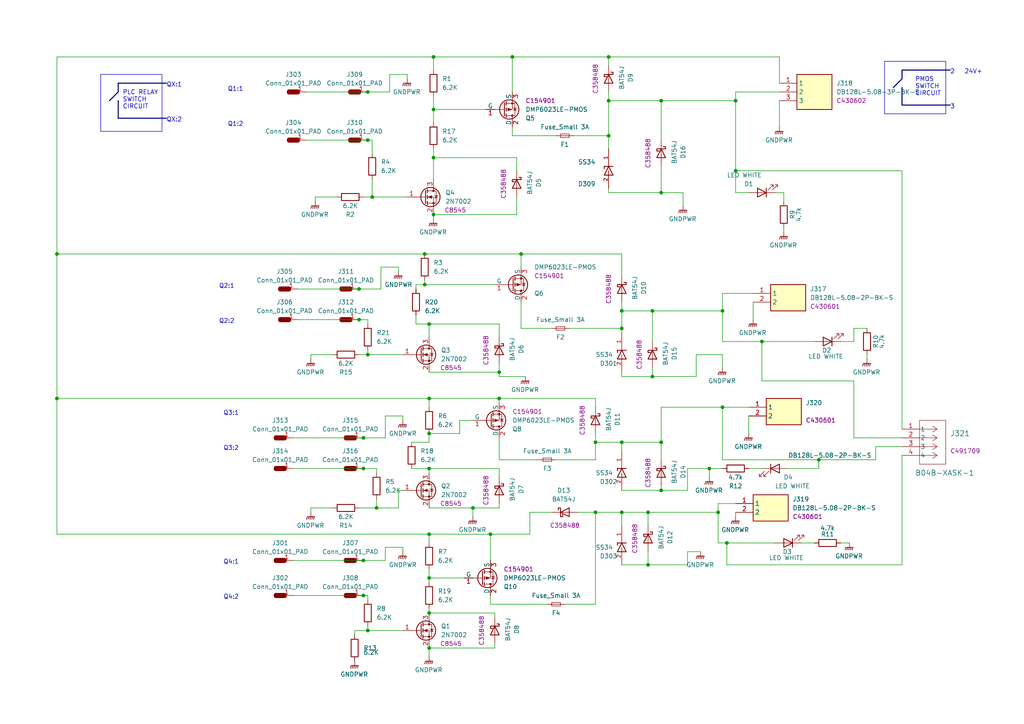
<source format=kicad_sch>
(kicad_sch (version 20230121) (generator eeschema)
  (paper "A4")
  (title_block (title "PLC OUTPUTS (P-MOS)") (rev "14.1.6") (company "Volodune LLC"))
  (lib_symbols
    (symbol "Device:Fuse_Small" (pin_numbers hide) (pin_names (offset 0.254) hide)
      (property "Reference" "F" (at 0 -1.524 0))
      (property "Value" "Fuse_Small" (at 0 1.524 0))
      (symbol "Fuse_Small_1_1"
        (pin passive line (at -2.54 0 0) (length 1.27) (name "~") (number "1"))
        (pin passive line (at 2.54 0 180) (length 1.27) (name "~") (number "2"))
      )
    )
    (symbol "Device:LED" (pin_numbers hide) (pin_names (offset 1.016) hide)
      (property "Reference" "D" (at 0 2.54 0))
      (property "Value" "LED" (at 0 -2.54 0))
      (symbol "LED_1_1"
        (pin passive line (at -3.81 0 0) (length 2.54) (name "K") (number "1"))
        (pin passive line (at 3.81 0 180) (length 2.54) (name "A") (number "2"))
      )
    )
    (symbol "Device:R" (pin_numbers hide) (pin_names (offset 0))
      (property "Reference" "R" (at 2.032 0 90))
      (property "Value" "R" (at 0 0 90))
      (symbol "R_1_1"
        (pin passive line (at 0 3.81 270) (length 1.27) (name "~") (number "1"))
        (pin passive line (at 0 -3.81 90) (length 1.27) (name "~") (number "2"))
      )
    )
    (symbol "Diode:BAT54J" (pin_numbers hide) (pin_names (offset 1.016) hide)
      (property "Reference" "D" (at 0 2.54 0))
      (property "Value" "BAT54J" (at 0 -2.54 0))
      (symbol "BAT54J_1_1"
        (pin passive line (at -3.81 0 0) (length 2.54) (name "K") (number "1"))
        (pin passive line (at 3.81 0 180) (length 2.54) (name "A") (number "2"))
      )
    )
    (symbol "PCB_Library:1729128"
      (property "Reference" "J" (at 16.51 7.62 0))
      (property "Value" "XY128V-A-5.08-2P" (at 16.51 5.08 0))
      (property "LCSC" "C557665" (at 8.89 6.35 0))
      (symbol "1729128_1_1"
        (pin passive line (at 0 0 0) (length 5.08) (name "1") (number "1"))
        (pin passive line (at 0 -2.54 0) (length 5.08) (name "2") (number "2"))
      )
    )
    (symbol "PCB_Library:B04B-XASK-1" (pin_names (offset 0.254))
      (property "Reference" "J" (at 8.89 6.35 0))
      (property "Value" "B04B-XASK-1" (at 2.54 10.16 0))
      (property "LCSC" "C264994" (at -5.08 3.81 0))
      (symbol "B04B-XASK-1_1_1"
        (pin unspecified line (at 0 0 0) (length 5.08) (name "1") (number "1"))
        (pin unspecified line (at 0 -2.54 0) (length 5.08) (name "2") (number "2"))
        (pin unspecified line (at 0 -5.08 0) (length 5.08) (name "3") (number "3"))
        (pin unspecified line (at 0 -7.62 0) (length 5.08) (name "4") (number "4"))
      )
      (symbol "B04B-XASK-1_1_2"
        (pin unspecified line (at 0 0 0) (length 5.08) (name "1") (number "1"))
        (pin unspecified line (at 0 -2.54 0) (length 5.08) (name "2") (number "2"))
        (pin unspecified line (at 0 -5.08 0) (length 5.08) (name "3") (number "3"))
        (pin unspecified line (at 0 -7.62 0) (length 5.08) (name "4") (number "4"))
      )
    )
    (symbol "PCB_Library:Conn_01x01_PAD" (pin_names (offset 1.016) hide)
      (property "Reference" "J" (at 0 2.54 0))
      (property "Value" "Conn_01x01_PAD" (at 1.27 -3.81 0))
      (symbol "Conn_01x01_PAD_1_1"
        (pin passive line (at 5.08 0 180) (length 3.81) (name "Pin_1") (number "1"))
      )
    )
    (symbol "PCB_Library:DMP6023LE-PMOS" (pin_names (offset 0))
      (property "Reference" "Q" (at 5.08 1.27 0))
      (property "Value" "DMP6023LE-PMOS" (at 6.35 10.16 0))
      (property "LCSC" "C154901" (at -5.08 6.35 0))
      (symbol "DMP6023LE-PMOS_1_1"
        (pin input line (at -5.08 0 0) (length 2.54) (name "G") (number "1"))
        (pin passive line (at 2.54 5.08 270) (length 2.54) (name "D") (number "2"))
        (pin passive line (at 2.54 -5.08 90) (length 2.54) (name "S") (number "3"))
      )
    )
    (symbol "PCB_Library:SMBJ24A" (pin_names (offset 1.016))
      (property "Reference" "D" (at -5.0835 2.4159 0))
      (property "Value" "SMBJ24A" (at -5.0854 -4.9611 0))
      (symbol "SMBJ24A_1_0"
        (pin passive line (at -6.35 0 0) (length 5.08) (name "~") (number "1"))
        (pin passive line (at 5.08 0 180) (length 5.08) (name "~") (number "2"))
      )
    )
    (symbol "PCB_Library:XY128V-A-5.08-3P"
      (property "Reference" "J" (at 16.51 7.62 0))
      (property "Value" "XY128V-A-5.08-3P" (at 16.51 5.08 0))
      (property "LCSC" "C557666" (at 8.89 6.35 0))
      (symbol "XY128V-A-5.08-3P_1_1"
        (pin passive line (at 0 0 0) (length 5.08) (name "1") (number "1"))
        (pin passive line (at 0 -2.54 0) (length 5.08) (name "2") (number "2"))
        (pin passive line (at 0 -5.08 0) (length 5.08) (name "3") (number "3"))
      )
    )
    (symbol "Transistor_FET:2N7002" (pin_names hide)
      (property "Reference" "Q" (at 5.08 1.905 0))
      (property "Value" "2N7002" (at 5.08 0 0))
      (symbol "2N7002_1_1"
        (pin input line (at -5.08 0 0) (length 2.54) (name "G") (number "1"))
        (pin passive line (at 2.54 -5.08 90) (length 2.54) (name "S") (number "2"))
        (pin passive line (at 2.54 5.08 270) (length 2.54) (name "D") (number "3"))
      )
    )
    (symbol "power:GNDPWR" (power) (pin_names (offset 0))
      (property "Value" "GNDPWR" (at 0 -3.302 0))
      (symbol "GNDPWR_1_1"
        (pin power_in line (at 0 0 270) (length 0) hide (name "GNDPWR") (number "1"))
      )
    )
  )
  (junction (at 151.13 73.66))
  (junction (at 144.78 107.95))
  (junction (at 106.68 102.87))
  (junction (at 220.98 99.06))
  (junction (at 124.46 93.98))
  (junction (at 142.24 154.94))
  (junction (at 191.77 29.21))
  (junction (at 125.73 62.23))
  (junction (at 106.68 182.88))
  (junction (at 125.73 31.75))
  (junction (at 125.73 16.51))
  (junction (at 191.77 142.24))
  (junction (at 124.46 177.8))
  (junction (at 189.23 109.22))
  (junction (at 213.36 49.53))
  (junction (at 237.49 133.35))
  (junction (at 172.72 148.59))
  (junction (at 124.46 135.89))
  (junction (at 176.53 16.51))
  (junction (at 144.78 115.57))
  (junction (at 125.73 45.72))
  (junction (at 209.55 118.11))
  (junction (at 176.53 39.37))
  (junction (at 191.77 55.88))
  (junction (at 123.19 73.66))
  (junction (at 187.96 148.59))
  (junction (at 107.95 57.15))
  (junction (at 191.77 128.27))
  (junction (at 172.72 128.27))
  (junction (at 123.19 82.55))
  (junction (at 106.68 26.67))
  (junction (at 104.14 92.71))
  (junction (at 209.55 90.17))
  (junction (at 16.51 73.66))
  (junction (at 210.82 157.48))
  (junction (at 208.28 148.59))
  (junction (at 16.51 115.57))
  (junction (at 180.34 128.27))
  (junction (at 124.46 187.96))
  (junction (at 105.41 127))
  (junction (at 124.46 167.64))
  (junction (at 213.36 29.21))
  (junction (at 105.41 162.56))
  (junction (at 104.14 83.82))
  (junction (at 109.22 147.32))
  (junction (at 180.34 148.59))
  (junction (at 148.59 16.51))
  (junction (at 187.96 163.83))
  (junction (at 180.34 95.25))
  (junction (at 124.46 115.57))
  (junction (at 105.41 135.89))
  (junction (at 205.74 135.89))
  (junction (at 137.16 147.32))
  (junction (at 180.34 90.17))
  (junction (at 105.41 172.72))
  (junction (at 124.46 125.73))
  (junction (at 189.23 90.17))
  (junction (at 124.46 154.94))
  (junction (at 176.53 29.21))
  (junction (at 106.68 40.64))
  (wire (pts (xy 124.46 115.57) (xy 124.46 118.11)))
  (wire (pts (xy 120.65 82.55) (xy 123.19 82.55)))
  (wire (pts (xy 191.77 118.11) (xy 209.55 118.11)))
  (wire (pts (xy 144.78 133.35) (xy 156.21 133.35)))
  (wire (pts (xy 209.55 85.09) (xy 209.55 90.17)))
  (bus (pts (xy 261.62 25.4) (xy 261.62 30.48)))
  (wire (pts (xy 125.73 31.75) (xy 125.73 35.56)))
  (wire (pts (xy 90.17 102.87) (xy 96.52 102.87)))
  (wire (pts (xy 191.77 128.27) (xy 191.77 133.35)))
  (wire (pts (xy 119.38 128.27) (xy 124.46 128.27)))
  (wire (pts (xy 124.46 125.73) (xy 124.46 128.27)))
  (wire (pts (xy 124.46 154.94) (xy 142.24 154.94)))
  (wire (pts (xy 198.12 55.88) (xy 191.77 55.88)))
  (wire (pts (xy 124.46 190.5) (xy 124.46 187.96)))
  (wire (pts (xy 172.72 125.73) (xy 172.72 128.27)))
  (bus (pts (xy 34.29 24.13) (xy 34.29 26.67)))
  (wire (pts (xy 247.65 99.06) (xy 247.65 95.25)))
  (wire (pts (xy 106.68 182.88) (xy 106.68 181.61)))
  (wire (pts (xy 237.49 133.35) (xy 237.49 135.89)))
  (wire (pts (xy 106.68 26.67) (xy 113.03 26.67)))
  (wire (pts (xy 120.65 91.44) (xy 120.65 93.98)))
  (wire (pts (xy 111.76 158.75) (xy 116.84 158.75)))
  (wire (pts (xy 106.68 101.6) (xy 106.68 102.87)))
  (wire (pts (xy 191.77 48.26) (xy 191.77 55.88)))
  (wire (pts (xy 209.55 102.87) (xy 209.55 106.68)))
  (wire (pts (xy 172.72 148.59) (xy 180.34 148.59)))
  (wire (pts (xy 153.67 148.59) (xy 153.67 154.94)))
  (wire (pts (xy 125.73 31.75) (xy 140.97 31.75)))
  (wire (pts (xy 143.51 177.8) (xy 143.51 179.07)))
  (wire (pts (xy 187.96 163.83) (xy 199.39 163.83)))
  (wire (pts (xy 110.49 77.47) (xy 110.49 83.82)))
  (wire (pts (xy 124.46 115.57) (xy 144.78 115.57)))
  (wire (pts (xy 102.87 182.88) (xy 106.68 182.88)))
  (wire (pts (xy 86.36 83.82) (xy 104.14 83.82)))
  (wire (pts (xy 107.95 40.64) (xy 107.95 44.45)))
  (wire (pts (xy 90.17 147.32) (xy 96.52 147.32)))
  (bus (pts (xy 261.62 20.32) (xy 261.62 22.86)))
  (wire (pts (xy 187.96 148.59) (xy 187.96 152.4)))
  (wire (pts (xy 224.79 55.88) (xy 227.33 55.88)))
  (wire (pts (xy 180.34 73.66) (xy 180.34 80.01)))
  (wire (pts (xy 149.86 57.15) (xy 149.86 62.23)))
  (wire (pts (xy 213.36 148.59) (xy 213.36 149.86)))
  (wire (pts (xy 176.53 54.61) (xy 176.53 55.88)))
  (wire (pts (xy 125.73 62.23) (xy 125.73 63.5)))
  (wire (pts (xy 167.64 148.59) (xy 172.72 148.59)))
  (wire (pts (xy 201.93 102.87) (xy 201.93 109.22)))
  (wire (pts (xy 88.9 26.67) (xy 106.68 26.67)))
  (wire (pts (xy 151.13 73.66) (xy 180.34 73.66)))
  (wire (pts (xy 109.22 144.78) (xy 109.22 147.32)))
  (wire (pts (xy 144.78 93.98) (xy 144.78 97.79)))
  (wire (pts (xy 180.34 148.59) (xy 187.96 148.59)))
  (wire (pts (xy 144.78 105.41) (xy 144.78 107.95)))
  (wire (pts (xy 205.74 135.89) (xy 209.55 135.89)))
  (wire (pts (xy 106.68 173.99) (xy 106.68 172.72)))
  (wire (pts (xy 203.2 160.02) (xy 199.39 160.02)))
  (wire (pts (xy 237.49 133.35) (xy 254 133.35)))
  (wire (pts (xy 91.44 57.15) (xy 97.79 57.15)))
  (wire (pts (xy 180.34 109.22) (xy 180.34 107.95)))
  (wire (pts (xy 144.78 146.05) (xy 144.78 147.32)))
  (wire (pts (xy 142.24 154.94) (xy 142.24 162.56)))
  (wire (pts (xy 125.73 43.18) (xy 125.73 45.72)))
  (wire (pts (xy 124.46 187.96) (xy 143.51 187.96)))
  (wire (pts (xy 90.17 102.87) (xy 90.17 104.14)))
  (wire (pts (xy 16.51 154.94) (xy 124.46 154.94)))
  (wire (pts (xy 189.23 109.22) (xy 201.93 109.22)))
  (wire (pts (xy 180.34 163.83) (xy 187.96 163.83)))
  (wire (pts (xy 106.68 182.88) (xy 116.84 182.88)))
  (wire (pts (xy 151.13 95.25) (xy 160.02 95.25)))
  (wire (pts (xy 209.55 90.17) (xy 209.55 99.06)))
  (wire (pts (xy 153.67 148.59) (xy 160.02 148.59)))
  (wire (pts (xy 106.68 172.72) (xy 105.41 172.72)))
  (wire (pts (xy 180.34 152.4) (xy 180.34 148.59)))
  (wire (pts (xy 124.46 167.64) (xy 134.62 167.64)))
  (wire (pts (xy 144.78 115.57) (xy 172.72 115.57)))
  (wire (pts (xy 124.46 107.95) (xy 144.78 107.95)))
  (bus (pts (xy 275.59 20.32) (xy 261.62 20.32)))
  (wire (pts (xy 180.34 90.17) (xy 189.23 90.17)))
  (wire (pts (xy 124.46 93.98) (xy 144.78 93.98)))
  (wire (pts (xy 208.28 148.59) (xy 208.28 157.48)))
  (wire (pts (xy 124.46 165.1) (xy 124.46 167.64)))
  (wire (pts (xy 176.53 29.21) (xy 191.77 29.21)))
  (wire (pts (xy 213.36 55.88) (xy 217.17 55.88)))
  (wire (pts (xy 116.84 142.24) (xy 115.57 142.24)))
  (bus (pts (xy 34.29 34.29) (xy 48.26 34.29)))
  (wire (pts (xy 213.36 29.21) (xy 213.36 49.53)))
  (wire (pts (xy 125.73 16.51) (xy 125.73 20.32)))
  (wire (pts (xy 125.73 27.94) (xy 125.73 31.75)))
  (wire (pts (xy 116.84 120.65) (xy 116.84 121.92)))
  (wire (pts (xy 148.59 39.37) (xy 161.29 39.37)))
  (wire (pts (xy 144.78 135.89) (xy 144.78 138.43)))
  (wire (pts (xy 105.41 57.15) (xy 107.95 57.15)))
  (wire (pts (xy 180.34 128.27) (xy 180.34 130.81)))
  (wire (pts (xy 213.36 26.67) (xy 226.06 26.67)))
  (wire (pts (xy 110.49 77.47) (xy 115.57 77.47)))
  (wire (pts (xy 102.87 184.15) (xy 102.87 182.88)))
  (wire (pts (xy 143.51 186.69) (xy 143.51 187.96)))
  (wire (pts (xy 105.41 127) (xy 111.76 127)))
  (bus (pts (xy 31.75 29.21) (xy 34.29 26.67)))
  (wire (pts (xy 106.68 40.64) (xy 107.95 40.64)))
  (wire (pts (xy 199.39 135.89) (xy 199.39 142.24)))
  (wire (pts (xy 142.24 175.26) (xy 158.75 175.26)))
  (wire (pts (xy 180.34 128.27) (xy 191.77 128.27)))
  (bus (pts (xy 48.26 24.13) (xy 34.29 24.13)))
  (wire (pts (xy 124.46 176.53) (xy 124.46 177.8)))
  (wire (pts (xy 109.22 147.32) (xy 115.57 147.32)))
  (wire (pts (xy 180.34 142.24) (xy 191.77 142.24)))
  (wire (pts (xy 226.06 29.21) (xy 226.06 36.83)))
  (wire (pts (xy 120.65 93.98) (xy 124.46 93.98)))
  (wire (pts (xy 91.44 57.15) (xy 91.44 58.42)))
  (wire (pts (xy 107.95 52.07) (xy 107.95 57.15)))
  (wire (pts (xy 125.73 45.72) (xy 125.73 52.07)))
  (wire (pts (xy 176.53 16.51) (xy 176.53 19.05)))
  (wire (pts (xy 85.09 127) (xy 105.41 127)))
  (wire (pts (xy 104.14 147.32) (xy 109.22 147.32)))
  (bus (pts (xy 34.29 29.21) (xy 34.29 34.29)))
  (wire (pts (xy 210.82 157.48) (xy 224.79 157.48)))
  (wire (pts (xy 180.34 90.17) (xy 180.34 95.25)))
  (wire (pts (xy 111.76 120.65) (xy 116.84 120.65)))
  (wire (pts (xy 106.68 92.71) (xy 106.68 93.98)))
  (wire (pts (xy 124.46 168.91) (xy 124.46 167.64)))
  (wire (pts (xy 166.37 39.37) (xy 176.53 39.37)))
  (wire (pts (xy 123.19 73.66) (xy 151.13 73.66)))
  (wire (pts (xy 16.51 73.66) (xy 16.51 115.57)))
  (wire (pts (xy 125.73 62.23) (xy 149.86 62.23)))
  (wire (pts (xy 16.51 73.66) (xy 123.19 73.66)))
  (wire (pts (xy 189.23 106.68) (xy 189.23 109.22)))
  (wire (pts (xy 191.77 128.27) (xy 191.77 118.11)))
  (wire (pts (xy 217.17 120.65) (xy 217.17 125.73)))
  (wire (pts (xy 227.33 55.88) (xy 227.33 58.42)))
  (wire (pts (xy 148.59 36.83) (xy 148.59 39.37)))
  (wire (pts (xy 213.36 49.53) (xy 261.62 49.53)))
  (wire (pts (xy 176.53 55.88) (xy 191.77 55.88)))
  (wire (pts (xy 123.19 82.55) (xy 143.51 82.55)))
  (wire (pts (xy 115.57 142.24) (xy 115.57 147.32)))
  (wire (pts (xy 124.46 93.98) (xy 124.46 97.79)))
  (wire (pts (xy 199.39 135.89) (xy 205.74 135.89)))
  (wire (pts (xy 116.84 158.75) (xy 116.84 160.02)))
  (wire (pts (xy 176.53 29.21) (xy 176.53 39.37)))
  (wire (pts (xy 198.12 55.88) (xy 198.12 59.69)))
  (wire (pts (xy 213.36 26.67) (xy 213.36 29.21)))
  (wire (pts (xy 189.23 90.17) (xy 189.23 99.06)))
  (wire (pts (xy 172.72 115.57) (xy 172.72 118.11)))
  (wire (pts (xy 180.34 95.25) (xy 180.34 96.52)))
  (wire (pts (xy 201.93 102.87) (xy 209.55 102.87)))
  (wire (pts (xy 232.41 157.48) (xy 236.22 157.48)))
  (wire (pts (xy 124.46 154.94) (xy 124.46 157.48)))
  (wire (pts (xy 227.33 66.04) (xy 227.33 67.31)))
  (wire (pts (xy 137.16 147.32) (xy 137.16 149.86)))
  (wire (pts (xy 172.72 128.27) (xy 180.34 128.27)))
  (wire (pts (xy 180.34 87.63) (xy 180.34 90.17)))
  (wire (pts (xy 125.73 45.72) (xy 149.86 45.72)))
  (wire (pts (xy 151.13 87.63) (xy 151.13 95.25)))
  (wire (pts (xy 189.23 90.17) (xy 209.55 90.17)))
  (wire (pts (xy 210.82 163.83) (xy 261.62 163.83)))
  (wire (pts (xy 176.53 39.37) (xy 176.53 43.18)))
  (wire (pts (xy 148.59 16.51) (xy 148.59 26.67)))
  (wire (pts (xy 172.72 128.27) (xy 172.72 133.35)))
  (wire (pts (xy 163.83 175.26) (xy 172.72 175.26)))
  (wire (pts (xy 148.59 16.51) (xy 176.53 16.51)))
  (wire (pts (xy 124.46 135.89) (xy 144.78 135.89)))
  (wire (pts (xy 209.55 118.11) (xy 217.17 118.11)))
  (wire (pts (xy 133.35 121.92) (xy 137.16 121.92)))
  (wire (pts (xy 208.28 146.05) (xy 208.28 148.59)))
  (wire (pts (xy 86.36 92.71) (xy 104.14 92.71)))
  (wire (pts (xy 105.41 162.56) (xy 111.76 162.56)))
  (wire (pts (xy 247.65 110.49) (xy 247.65 127)))
  (wire (pts (xy 85.09 162.56) (xy 105.41 162.56)))
  (wire (pts (xy 125.73 16.51) (xy 148.59 16.51)))
  (wire (pts (xy 133.35 125.73) (xy 124.46 125.73)))
  (wire (pts (xy 247.65 95.25) (xy 251.46 95.25)))
  (wire (pts (xy 111.76 120.65) (xy 111.76 127)))
  (wire (pts (xy 205.74 138.43) (xy 205.74 135.89)))
  (wire (pts (xy 237.49 135.89) (xy 228.6 135.89)))
  (wire (pts (xy 16.51 115.57) (xy 16.51 154.94)))
  (wire (pts (xy 124.46 135.89) (xy 124.46 137.16)))
  (wire (pts (xy 109.22 137.16) (xy 109.22 135.89)))
  (wire (pts (xy 172.72 148.59) (xy 172.72 175.26)))
  (wire (pts (xy 176.53 26.67) (xy 176.53 29.21)))
  (wire (pts (xy 191.77 29.21) (xy 191.77 40.64)))
  (wire (pts (xy 199.39 160.02) (xy 199.39 163.83)))
  (wire (pts (xy 16.51 115.57) (xy 124.46 115.57)))
  (wire (pts (xy 220.98 110.49) (xy 247.65 110.49)))
  (wire (pts (xy 119.38 135.89) (xy 124.46 135.89)))
  (wire (pts (xy 123.19 81.28) (xy 123.19 82.55)))
  (wire (pts (xy 90.17 147.32) (xy 90.17 148.59)))
  (wire (pts (xy 191.77 142.24) (xy 199.39 142.24)))
  (bus (pts (xy 259.08 25.4) (xy 261.62 22.86)))
  (wire (pts (xy 165.1 95.25) (xy 180.34 95.25)))
  (wire (pts (xy 208.28 146.05) (xy 213.36 146.05)))
  (wire (pts (xy 208.28 157.48) (xy 210.82 157.48)))
  (wire (pts (xy 243.84 157.48) (xy 246.38 157.48)))
  (wire (pts (xy 187.96 148.59) (xy 208.28 148.59)))
  (wire (pts (xy 144.78 109.22) (xy 144.78 107.95)))
  (wire (pts (xy 261.62 132.08) (xy 261.62 163.83)))
  (wire (pts (xy 152.4 109.22) (xy 144.78 109.22)))
  (wire (pts (xy 226.06 16.51) (xy 226.06 24.13)))
  (wire (pts (xy 16.51 16.51) (xy 125.73 16.51)))
  (wire (pts (xy 191.77 29.21) (xy 213.36 29.21)))
  (wire (pts (xy 254 129.54) (xy 254 133.35)))
  (wire (pts (xy 109.22 135.89) (xy 105.41 135.89)))
  (wire (pts (xy 85.09 172.72) (xy 105.41 172.72)))
  (wire (pts (xy 104.14 102.87) (xy 106.68 102.87)))
  (wire (pts (xy 220.98 99.06) (xy 236.22 99.06)))
  (wire (pts (xy 213.36 49.53) (xy 213.36 55.88)))
  (wire (pts (xy 149.86 45.72) (xy 149.86 49.53)))
  (wire (pts (xy 209.55 99.06) (xy 220.98 99.06)))
  (wire (pts (xy 218.44 87.63) (xy 218.44 92.71)))
  (wire (pts (xy 142.24 154.94) (xy 153.67 154.94)))
  (wire (pts (xy 107.95 57.15) (xy 118.11 57.15)))
  (wire (pts (xy 176.53 16.51) (xy 226.06 16.51)))
  (wire (pts (xy 220.98 135.89) (xy 217.17 135.89)))
  (wire (pts (xy 124.46 177.8) (xy 143.51 177.8)))
  (wire (pts (xy 144.78 115.57) (xy 144.78 116.84)))
  (wire (pts (xy 220.98 99.06) (xy 220.98 110.49)))
  (wire (pts (xy 133.35 121.92) (xy 133.35 125.73)))
  (wire (pts (xy 118.11 21.59) (xy 118.11 22.86)))
  (wire (pts (xy 209.55 85.09) (xy 218.44 85.09)))
  (wire (pts (xy 209.55 118.11) (xy 209.55 133.35)))
  (wire (pts (xy 251.46 102.87) (xy 251.46 104.14)))
  (wire (pts (xy 144.78 127) (xy 144.78 133.35)))
  (wire (pts (xy 161.29 133.35) (xy 172.72 133.35)))
  (wire (pts (xy 85.09 135.89) (xy 105.41 135.89)))
  (wire (pts (xy 115.57 77.47) (xy 115.57 78.74)))
  (wire (pts (xy 113.03 21.59) (xy 118.11 21.59)))
  (wire (pts (xy 104.14 83.82) (xy 110.49 83.82)))
  (wire (pts (xy 137.16 147.32) (xy 124.46 147.32)))
  (wire (pts (xy 243.84 99.06) (xy 247.65 99.06)))
  (wire (pts (xy 16.51 16.51) (xy 16.51 73.66)))
  (wire (pts (xy 142.24 172.72) (xy 142.24 175.26)))
  (bus (pts (xy 261.62 30.48) (xy 275.59 30.48)))
  (wire (pts (xy 247.65 127) (xy 261.62 127)))
  (wire (pts (xy 120.65 82.55) (xy 120.65 83.82)))
  (wire (pts (xy 187.96 160.02) (xy 187.96 163.83)))
  (wire (pts (xy 113.03 21.59) (xy 113.03 26.67)))
  (wire (pts (xy 254 129.54) (xy 261.62 129.54)))
  (wire (pts (xy 88.9 40.64) (xy 106.68 40.64)))
  (wire (pts (xy 180.34 109.22) (xy 189.23 109.22)))
  (wire (pts (xy 111.76 158.75) (xy 111.76 162.56)))
  (wire (pts (xy 209.55 133.35) (xy 237.49 133.35)))
  (wire (pts (xy 191.77 140.97) (xy 191.77 142.24)))
  (wire (pts (xy 106.68 102.87) (xy 116.84 102.87)))
  (wire (pts (xy 151.13 73.66) (xy 151.13 77.47)))
  (wire (pts (xy 261.62 49.53) (xy 261.62 124.46)))
  (wire (pts (xy 210.82 157.48) (xy 210.82 163.83)))
  (wire (pts (xy 137.16 147.32) (xy 144.78 147.32)))
  (wire (pts (xy 104.14 92.71) (xy 106.68 92.71)))
  (rectangle (start 29.21 21.59) (end 46.99 38.1))
  (rectangle (start 256.54 17.78) (end 274.32 33.02))
  (text "Q4:1" (at 64.77 163.83 0) (effects (font (size 1.27 1.27)) (justify left bottom)))
  (text "Q4:2" (at 64.77 173.99 0) (effects (font (size 1.27 1.27)) (justify left bottom)))
  (text "Q3:1" (at 64.77 120.65 0) (effects (font (size 1.27 1.27)) (justify left bottom)))
  (text "2   24V+\n" (at 275.59 21.59 0) (effects (font (size 1.27 1.27)) (justify left bottom)))
  (text "PMOS\nSWITCH\nCIRCUIT" (at 265.43 27.94 0) (effects (font (size 1.27 1.27)) (justify left bottom)))
  (text "QX:2" (at 48.26 35.56 0) (effects (font (size 1.27 1.27)) (justify left bottom)))
  (text "PLC RELAY\nSWITCH\nCIRCUIT" (at 35.56 31.75 0) (effects (font (size 1.27 1.27)) (justify left bottom)))
  (text "3\n" (at 275.59 31.75 0) (effects (font (size 1.27 1.27)) (justify left bottom)))
  (text "Q2:1" (at 63.5 83.82 0) (effects (font (size 1.27 1.27)) (justify left bottom)))
  (text "Q1:2" (at 66.04 36.83 0) (effects (font (size 1.27 1.27)) (justify left bottom)))
  (text "Q2:2" (at 63.5 93.98 0) (effects (font (size 1.27 1.27)) (justify left bottom)))
  (text "Q3:2" (at 64.77 130.81 0) (effects (font (size 1.27 1.27)) (justify left bottom)))
  (text "QX:1" (at 48.26 25.4 0) (effects (font (size 1.27 1.27)) (justify left bottom)))
  (text "Q1:1" (at 66.04 26.67 0) (effects (font (size 1.27 1.27)) (justify left bottom)))
  (symbol (lib_id "PCB_Library:Conn_01x01_PAD") (at 80.01 172.72 0) (unit 1)
    (property "Reference" "J302" (at 81.28 167.64 0))
    (property "Value" "Conn_01x01_PAD" (at 81.28 170.18 0))
    (property "Footprint" "PCB_Library:Conn_pin_PLC" (effects hide))
  )
  (symbol (lib_id "Device:Fuse_Small") (at 162.56 95.25 0) (unit 1)
    (property "Reference" "F2" (at 162.56 97.79 0))
    (property "Value" "Fuse_Small 3A" (at 162.56 92.71 0))
    (property "Footprint" "Fuse:Fuse_1206_3216Metric_Pad1.42x1.75mm_HandSolder" (effects hide))
    (property "Datasheet" "https://jlcpcb.com/api/file/downloadByFileSystemAccessId/8588903736815063040" (effects hide))
    (property "LCSC" "C187596" (effects hide))
  )
  (symbol (lib_id "PCB_Library:Conn_01x01_PAD") (at 100.33 127 0) (unit 1)
    (property "Reference" "J315" (at 101.6 121.92 0))
    (property "Value" "Conn_01x01_PAD" (at 101.6 124.46 0))
    (property "Footprint" "PCB_Library:Conn_pin_PLC" (effects hide))
  )
  (symbol (lib_id "Diode:BAT54J") (at 176.53 22.86 270) (unit 1)
    (property "Reference" "D9" (at 182.88 22.5425 0))
    (property "Value" "BAT54J" (at 180.34 22.5425 0))
    (property "Footprint" "Diode_SMD:D_SOD-323F" (effects hide))
    (property "Datasheet" "https://jlcpcb.com/partdetail/Foshan_Blue_RocketElec-BAT54J/C358488" (effects hide))
    (property "LCSC" "C358488" (at 172.72 22.86 0))
  )
  (symbol (lib_id "PCB_Library:DMP6023LE-PMOS") (at 142.24 121.92 0) (mirror x) (unit 1)
    (property "Reference" "Q8" (at 148.59 124.46 0) (effects (justify left)))
    (property "Value" "DMP6023LE-PMOS" (at 148.59 121.92 0) (effects (justify left)))
    (property "Footprint" "PCB_Library:SOT-223 DMP6023LE" (effects hide))
    (property "Datasheet" "https://ngspice.sourceforge.io/docs/ngspice-html-manual/manual.xhtml#cha_MOSFETs" (effects hide))
    (property "Sim.Device" "PMOS" (effects hide))
    (property "Sim.Type" "VDMOS" (effects hide))
    (property "Sim.Pins" "1=D 2=G 3=S" (effects hide))
    (property "LCSC" "C154901" (at 148.59 119.38 0) (effects (justify left)))
  )
  (symbol (lib_id "power:GNDPWR") (at 137.16 149.86 0) (unit 1)
    (property "Reference" "#PWR012" (effects hide))
    (property "Value" "GNDPWR" (at 137.033 153.67 0))
  )
  (symbol (lib_id "PCB_Library:XY128V-A-5.08-3P") (at 226.06 24.13 0) (unit 1)
    (property "Reference" "J318" (at 242.57 24.13 0) (effects (justify left)))
    (property "Value" "DB128L-5.08-3P-BK-S" (at 242.57 26.67 0) (effects (justify left)))
    (property "Footprint" "PCB_Library:XY128V-A-5.08-3P" (effects hide))
    (property "Datasheet" "https://jlcpcb.com/partdetail/Dorabo-DB128L_5_08_3P_BKS/C430602" (effects hide))
    (property "Height" "10.15" (effects hide))
    (property "LCSC" "C430602" (at 242.57 29.21 0) (effects (justify left)))
  )
  (symbol (lib_id "power:GNDPWR") (at 152.4 109.22 0) (unit 1)
    (property "Reference" "#PWR014" (effects hide))
    (property "Value" "GNDPWR" (at 152.273 113.03 0))
  )
  (symbol (lib_id "Device:LED") (at 228.6 157.48 180) (unit 1)
    (property "Reference" "D3" (at 228.346 160.02 0))
    (property "Value" "LED WHITE" (at 228.092 161.798 0))
    (property "Footprint" "LED_SMD:LED_0603_1608Metric" (effects hide))
    (property "Datasheet" "https://datasheet.lcsc.com/lcsc/1809041711_Hubei-KENTO-Elec-C2290_C2290.pdf" (effects hide))
    (property "LCSC" "C2290" (effects hide))
    (property "MAX_TEMP" "85 C" (effects hide))
  )
  (symbol (lib_id "PCB_Library:Conn_01x01_PAD") (at 100.33 135.89 0) (unit 1)
    (property "Reference" "J316" (at 101.6 130.81 0))
    (property "Value" "Conn_01x01_PAD" (at 101.6 133.35 0))
    (property "Footprint" "PCB_Library:Conn_pin_PLC" (effects hide))
  )
  (symbol (lib_id "PCB_Library:Conn_01x01_PAD") (at 83.82 26.67 0) (unit 1)
    (property "Reference" "J303" (at 85.09 21.59 0))
    (property "Value" "Conn_01x01_PAD" (at 85.09 24.13 0))
    (property "Footprint" "PCB_Library:Conn_pin_PLC" (effects hide))
  )
  (symbol (lib_id "Diode:BAT54J") (at 180.34 83.82 270) (unit 1)
    (property "Reference" "D10" (at 186.69 83.5025 0))
    (property "Value" "BAT54J" (at 184.15 83.5025 0))
    (property "Footprint" "Diode_SMD:D_SOD-323F" (effects hide))
    (property "Datasheet" "https://jlcpcb.com/partdetail/Foshan_Blue_RocketElec-BAT54J/C358488" (effects hide))
    (property "LCSC" "C358488" (at 176.53 83.82 0))
  )
  (symbol (lib_id "PCB_Library:Conn_01x01_PAD") (at 101.6 40.64 0) (unit 1)
    (property "Reference" "J310" (at 102.87 35.56 0))
    (property "Value" "Conn_01x01_PAD" (at 102.87 38.1 0))
    (property "Footprint" "PCB_Library:Conn_pin_PLC" (effects hide))
  )
  (symbol (lib_id "power:GNDPWR") (at 118.11 22.86 0) (unit 1)
    (property "Reference" "#PWR01" (effects hide))
    (property "Value" "GNDPWR" (at 117.983 26.67 0))
  )
  (symbol (lib_id "PCB_Library:Conn_01x01_PAD") (at 101.6 26.67 0) (unit 1)
    (property "Reference" "J309" (at 102.87 21.59 0))
    (property "Value" "Conn_01x01_PAD" (at 102.87 24.13 0))
    (property "Footprint" "PCB_Library:Conn_pin_PLC" (effects hide))
  )
  (symbol (lib_id "Diode:BAT54J") (at 144.78 101.6 270) (unit 1)
    (property "Reference" "D6" (at 151.13 101.2825 0))
    (property "Value" "BAT54J" (at 148.59 101.2825 0))
    (property "Footprint" "Diode_SMD:D_SOD-323F" (effects hide))
    (property "Datasheet" "https://jlcpcb.com/partdetail/Foshan_Blue_RocketElec-BAT54J/C358488" (effects hide))
    (property "LCSC" "C358488" (at 140.97 101.6 0))
  )
  (symbol (lib_id "Device:R") (at 227.33 62.23 180) (unit 1)
    (property "Reference" "R9" (at 229.87 62.23 90))
    (property "Value" "4.7k" (at 231.648 62.23 90))
    (property "Footprint" "Resistor_SMD:R_0603_1608Metric" (effects hide))
    (property "Datasheet" "https://datasheet.lcsc.com/lcsc/2206010145_UNI-ROYAL-Uniroyal-Elec-1206W4F4701T5E_C17936.pdf" (effects hide))
    (property "LCSC" "C88615" (effects hide))
    (property "MAX_TEMP" "125 C" (effects hide))
  )
  (symbol (lib_id "power:GNDPWR") (at 90.17 148.59 0) (unit 1)
    (property "Reference" "#PWR011" (effects hide))
    (property "Value" "GNDPWR" (at 90.043 152.4 0))
  )
  (symbol (lib_id "power:GNDPWR") (at 116.84 160.02 0) (unit 1)
    (property "Reference" "#PWR04" (effects hide))
    (property "Value" "GNDPWR" (at 116.84 163.83 0))
  )
  (symbol (lib_id "Device:R") (at 119.38 132.08 0) (unit 1)
    (property "Reference" "R18" (at 121.92 130.81 0) (effects (justify left)))
    (property "Value" "6.2K" (at 121.92 133.35 0) (effects (justify left)))
    (property "Footprint" "Resistor_SMD:R_0603_1608Metric" (effects hide))
    (property "Datasheet" "https://jlcpcb.com/partdetail/4667-0603WAF6201T5E/C4260" (effects hide))
    (property "LCSC" "C4260" (effects hide))
    (property "MAX_TEMP" "155 C" (effects hide))
  )
  (symbol (lib_id "power:GNDPWR") (at 218.44 92.71 0) (unit 1)
    (property "Reference" "#PWR019" (effects hide))
    (property "Value" "GNDPWR" (at 218.313 96.52 0))
  )
  (symbol (lib_id "Device:Fuse_Small") (at 158.75 133.35 0) (unit 1)
    (property "Reference" "F3" (at 158.75 135.89 0))
    (property "Value" "Fuse_Small 3A" (at 158.75 130.81 0))
    (property "Footprint" "Fuse:Fuse_1206_3216Metric_Pad1.42x1.75mm_HandSolder" (effects hide))
    (property "Datasheet" "https://jlcpcb.com/api/file/downloadByFileSystemAccessId/8588903736815063040" (effects hide))
    (property "LCSC" "C187596" (effects hide))
  )
  (symbol (lib_id "PCB_Library:Conn_01x01_PAD") (at 81.28 92.71 0) (unit 1)
    (property "Reference" "J306" (at 82.55 87.63 0))
    (property "Value" "Conn_01x01_PAD" (at 82.55 90.17 0))
    (property "Footprint" "PCB_Library:Conn_pin_PLC" (effects hide))
  )
  (symbol (lib_id "Device:R") (at 109.22 140.97 0) (unit 1)
    (property "Reference" "R5" (at 111.76 139.7 0) (effects (justify left)))
    (property "Value" "6.2K" (at 111.76 142.24 0) (effects (justify left)))
    (property "Footprint" "Resistor_SMD:R_0603_1608Metric" (effects hide))
    (property "Datasheet" "https://jlcpcb.com/partdetail/4667-0603WAF6201T5E/C4260" (effects hide))
    (property "LCSC" "C4260" (effects hide))
    (property "MAX_TEMP" "155 C" (effects hide))
  )
  (symbol (lib_id "PCB_Library:Conn_01x01_PAD") (at 80.01 162.56 0) (unit 1)
    (property "Reference" "J301" (at 81.28 157.48 0))
    (property "Value" "Conn_01x01_PAD" (at 81.28 160.02 0))
    (property "Footprint" "PCB_Library:Conn_pin_PLC" (effects hide))
  )
  (symbol (lib_id "Device:LED") (at 220.98 55.88 180) (unit 1)
    (property "Reference" "D1" (at 217.17 53.34 0))
    (property "Value" "LED WHITE" (at 215.9 50.8 0))
    (property "Footprint" "LED_SMD:LED_0603_1608Metric" (effects hide))
    (property "Datasheet" "https://datasheet.lcsc.com/lcsc/1809041711_Hubei-KENTO-Elec-C2290_C2290.pdf" (effects hide))
    (property "LCSC" "C2290" (effects hide))
    (property "MAX_TEMP" "85 C" (effects hide))
  )
  (symbol (lib_id "power:GNDPWR") (at 209.55 106.68 0) (unit 1)
    (property "Reference" "#PWR05" (effects hide))
    (property "Value" "GNDPWR" (at 209.423 110.49 0))
  )
  (symbol (lib_id "power:GNDPWR") (at 102.87 191.77 0) (unit 1)
    (property "Reference" "#PWR010" (effects hide))
    (property "Value" "GNDPWR" (at 102.743 195.58 0))
  )
  (symbol (lib_id "PCB_Library:SMBJ24A") (at 176.53 49.53 270) (unit 1)
    (property "Reference" "D309" (at 172.72 53.34 90) (effects (justify right)))
    (property "Value" "SS34" (at 172.72 46.99 90) (effects (justify right)))
    (property "Footprint" "Diode_SMD:D_SMA" (effects hide))
    (property "Datasheet" "https://jlcpcb.com/partdetail/mdd_microdiode_semiconductor-SS34/C8678" (effects hide))
    (property "STANDARD" "IPC-7351B" (effects hide))
    (property "LCSC" "C8678" (effects hide))
  )
  (symbol (lib_id "power:GNDPWR") (at 124.46 190.5 0) (unit 1)
    (property "Reference" "#PWR09" (effects hide))
    (property "Value" "GNDPWR" (at 124.333 194.31 0))
  )
  (symbol (lib_id "Device:R") (at 102.87 187.96 0) (unit 1)
    (property "Reference" "R13" (at 105.41 187.96 0) (effects (justify left)))
    (property "Value" "6.2K" (at 105.41 189.23 0) (effects (justify left)))
    (property "Footprint" "Resistor_SMD:R_0603_1608Metric" (effects hide))
    (property "Datasheet" "https://jlcpcb.com/partdetail/4667-0603WAF6201T5E/C4260" (effects hide))
    (property "LCSC" "C4260" (effects hide))
    (property "MAX_TEMP" "155 C" (effects hide))
  )
  (symbol (lib_id "PCB_Library:Conn_01x01_PAD") (at 81.28 83.82 0) (unit 1)
    (property "Reference" "J305" (at 82.55 78.74 0))
    (property "Value" "Conn_01x01_PAD" (at 82.55 81.28 0))
    (property "Footprint" "PCB_Library:Conn_pin_PLC" (effects hide))
  )
  (symbol (lib_id "Device:R") (at 213.36 135.89 270) (unit 1)
    (property "Reference" "R12" (at 213.36 140.97 90))
    (property "Value" "4.7k" (at 213.36 138.43 90))
    (property "Footprint" "Resistor_SMD:R_0603_1608Metric" (effects hide))
    (property "Datasheet" "https://datasheet.lcsc.com/lcsc/2206010145_UNI-ROYAL-Uniroyal-Elec-1206W4F4701T5E_C17936.pdf" (effects hide))
    (property "LCSC" "C88615" (effects hide))
    (property "MAX_TEMP" "125 C" (effects hide))
  )
  (symbol (lib_id "power:GNDPWR") (at 217.17 125.73 0) (unit 1)
    (property "Reference" "#PWR017" (effects hide))
    (property "Value" "GNDPWR" (at 217.043 129.54 0))
  )
  (symbol (lib_id "PCB_Library:1729128") (at 217.17 118.11 0) (unit 1)
    (property "Reference" "J320" (at 233.68 116.84 0) (effects (justify left)))
    (property "Value" "DB128L-5.08-2P-BK-S" (at 228.6 132.08 0) (effects (justify left)))
    (property "Footprint" "PCB_Library:1729128" (effects hide))
    (property "Datasheet" "https://jlcpcb.com/partdetail/Dorabo-DB128L_5_08_2P_BKS/C430601" (effects hide))
    (property "Height" "10.15" (effects hide))
    (property "Mouser Part Number" "651-1729128" (effects hide))
    (property "LCSC" "C430601" (at 233.68 121.92 0) (effects (justify left)))
  )
  (symbol (lib_id "PCB_Library:Conn_01x01_PAD") (at 99.06 92.71 0) (unit 1)
    (property "Reference" "J312" (at 100.33 87.63 0))
    (property "Value" "Conn_01x01_PAD" (at 100.33 90.17 0))
    (property "Footprint" "PCB_Library:Conn_pin_PLC" (effects hide))
  )
  (symbol (lib_id "Device:R") (at 100.33 102.87 90) (unit 1)
    (property "Reference" "R15" (at 100.33 107.95 90))
    (property "Value" "6.2K" (at 100.33 105.41 90))
    (property "Footprint" "Resistor_SMD:R_0603_1608Metric" (effects hide))
    (property "Datasheet" "https://jlcpcb.com/partdetail/4667-0603WAF6201T5E/C4260" (effects hide))
    (property "LCSC" "C4260" (effects hide))
    (property "MAX_TEMP" "155 C" (effects hide))
  )
  (symbol (lib_id "Device:R") (at 124.46 161.29 180) (unit 1)
    (property "Reference" "R7" (at 127 160.02 0) (effects (justify right)))
    (property "Value" "6.2K" (at 127 162.56 0) (effects (justify right)))
    (property "Footprint" "Resistor_SMD:R_0603_1608Metric" (effects hide))
    (property "Datasheet" "https://jlcpcb.com/partdetail/4667-0603WAF6201T5E/C4260" (effects hide))
    (property "LCSC" "C4260" (effects hide))
    (property "MAX_TEMP" "155 C" (effects hide))
  )
  (symbol (lib_id "Device:R") (at 123.19 77.47 180) (unit 1)
    (property "Reference" "R3" (at 125.73 76.2 0) (effects (justify right)))
    (property "Value" "6.2K" (at 125.73 78.74 0) (effects (justify right)))
    (property "Footprint" "Resistor_SMD:R_0603_1608Metric" (effects hide))
    (property "Datasheet" "https://jlcpcb.com/partdetail/4667-0603WAF6201T5E/C4260" (effects hide))
    (property "LCSC" "C4260" (effects hide))
    (property "MAX_TEMP" "155 C" (effects hide))
  )
  (symbol (lib_id "PCB_Library:DMP6023LE-PMOS") (at 146.05 31.75 0) (mirror x) (unit 1)
    (property "Reference" "Q5" (at 152.4 34.29 0) (effects (justify left)))
    (property "Value" "DMP6023LE-PMOS" (at 152.4 31.75 0) (effects (justify left)))
    (property "Footprint" "PCB_Library:SOT-223 DMP6023LE" (effects hide))
    (property "Datasheet" "https://ngspice.sourceforge.io/docs/ngspice-html-manual/manual.xhtml#cha_MOSFETs" (effects hide))
    (property "Sim.Device" "PMOS" (effects hide))
    (property "Sim.Type" "VDMOS" (effects hide))
    (property "Sim.Pins" "1=D 2=G 3=S" (effects hide))
    (property "LCSC" "C154901" (at 152.4 29.21 0) (effects (justify left)))
  )
  (symbol (lib_id "Device:Fuse_Small") (at 161.29 175.26 0) (unit 1)
    (property "Reference" "F4" (at 161.29 177.8 0))
    (property "Value" "Fuse_Small 3A" (at 161.29 172.72 0))
    (property "Footprint" "Fuse:Fuse_1206_3216Metric_Pad1.42x1.75mm_HandSolder" (effects hide))
    (property "Datasheet" "https://jlcpcb.com/api/file/downloadByFileSystemAccessId/8588903736815063040" (effects hide))
    (property "LCSC" "C187596" (effects hide))
  )
  (symbol (lib_id "PCB_Library:SMBJ24A") (at 180.34 102.87 270) (unit 1)
    (property "Reference" "D301" (at 179.07 105.41 90) (effects (justify right)))
    (property "Value" "SS34" (at 177.8 102.87 90) (effects (justify right)))
    (property "Footprint" "Diode_SMD:D_SMA" (effects hide))
    (property "Datasheet" "https://jlcpcb.com/partdetail/mdd_microdiode_semiconductor-SS34/C8678" (effects hide))
    (property "STANDARD" "IPC-7351B" (effects hide))
    (property "LCSC" "C8678" (effects hide))
  )
  (symbol (lib_id "PCB_Library:Conn_01x01_PAD") (at 100.33 162.56 0) (unit 1)
    (property "Reference" "J307" (at 101.6 157.48 0))
    (property "Value" "Conn_01x01_PAD" (at 101.6 160.02 0))
    (property "Footprint" "PCB_Library:Conn_pin_PLC" (effects hide))
  )
  (symbol (lib_id "PCB_Library:B04B-XASK-1") (at 261.62 124.46 0) (unit 1)
    (property "Reference" "J321" (at 275.59 125.73 0) (effects (font (size 1.524 1.524)) (justify left)))
    (property "Value" "B04B-XASK-1" (at 265.43 137.16 0) (effects (font (size 1.524 1.524)) (justify left)))
    (property "Footprint" "PCB_Library:CONN_B04B-XASK-1-A_JST" (effects hide))
    (property "Datasheet" "B04B-XASK-1" (effects hide))
    (property "LCSC" "C491709" (at 275.59 130.81 0) (effects (justify left)))
  )
  (symbol (lib_id "Device:R") (at 124.46 172.72 0) (unit 1)
    (property "Reference" "R19" (at 127 171.45 0) (effects (justify left)))
    (property "Value" "6.2K" (at 127 173.99 0) (effects (justify left)))
    (property "Footprint" "Resistor_SMD:R_0603_1608Metric" (effects hide))
    (property "Datasheet" "https://jlcpcb.com/partdetail/4667-0603WAF6201T5E/C4260" (effects hide))
    (property "LCSC" "C4260" (effects hide))
    (property "MAX_TEMP" "155 C" (effects hide))
  )
  (symbol (lib_id "power:GNDPWR") (at 205.74 138.43 0) (unit 1)
    (property "Reference" "#PWR0303" (effects hide))
    (property "Value" "GNDPWR" (at 205.613 142.24 0))
  )
  (symbol (lib_id "Transistor_FET:2N7002") (at 121.92 182.88 0) (unit 1)
    (property "Reference" "Q1" (at 127.889 181.6099 0) (effects (justify left)))
    (property "Value" "2N7002" (at 127.889 184.1499 0) (effects (justify left)))
    (property "Footprint" "Package_TO_SOT_SMD:SOT-23" (effects hide))
    (property "Datasheet" "https://www.onsemi.com/pub/Collateral/NDS7002A-D.PDF" (effects hide))
    (property "LCSC" "C8545" (at 130.81 186.69 0))
    (property "MAX_TEMP" "150 C" (effects hide))
  )
  (symbol (lib_id "Device:R") (at 107.95 48.26 0) (unit 1)
    (property "Reference" "R4" (at 110.49 46.99 0) (effects (justify left)))
    (property "Value" "6.2K" (at 110.49 49.53 0) (effects (justify left)))
    (property "Footprint" "Resistor_SMD:R_0603_1608Metric" (effects hide))
    (property "Datasheet" "https://jlcpcb.com/partdetail/4667-0603WAF6201T5E/C4260" (effects hide))
    (property "LCSC" "C4260" (effects hide))
    (property "MAX_TEMP" "155 C" (effects hide))
  )
  (symbol (lib_id "Device:LED") (at 224.79 135.89 0) (unit 1)
    (property "Reference" "D4" (at 228.6 138.43 0))
    (property "Value" "LED WHITE" (at 229.87 140.97 0))
    (property "Footprint" "LED_SMD:LED_0603_1608Metric" (effects hide))
    (property "Datasheet" "https://datasheet.lcsc.com/lcsc/1809041711_Hubei-KENTO-Elec-C2290_C2290.pdf" (effects hide))
    (property "LCSC" "C2290" (effects hide))
    (property "MAX_TEMP" "85 C" (effects hide))
  )
  (symbol (lib_id "Diode:BAT54J") (at 144.78 142.24 270) (unit 1)
    (property "Reference" "D7" (at 151.13 141.9225 0))
    (property "Value" "BAT54J" (at 148.59 141.9225 0))
    (property "Footprint" "Diode_SMD:D_SOD-323F" (effects hide))
    (property "Datasheet" "https://jlcpcb.com/partdetail/Foshan_Blue_RocketElec-BAT54J/C358488" (effects hide))
    (property "LCSC" "C358488" (at 140.97 142.24 0))
  )
  (symbol (lib_id "Device:Fuse_Small") (at 163.83 39.37 0) (unit 1)
    (property "Reference" "F1" (at 163.83 41.91 0))
    (property "Value" "Fuse_Small 3A" (at 163.83 36.83 0))
    (property "Footprint" "Fuse:Fuse_1206_3216Metric_Pad1.42x1.75mm_HandSolder" (effects hide))
    (property "Datasheet" "https://jlcpcb.com/api/file/downloadByFileSystemAccessId/8588903736815063040" (effects hide))
    (property "LCSC" "C187596" (effects hide))
  )
  (symbol (lib_id "power:GNDPWR") (at 115.57 78.74 0) (unit 1)
    (property "Reference" "#PWR02" (effects hide))
    (property "Value" "GNDPWR" (at 115.57 82.55 0))
  )
  (symbol (lib_id "power:GNDPWR") (at 246.38 157.48 0) (unit 1)
    (property "Reference" "#PWR08" (effects hide))
    (property "Value" "GNDPWR" (at 246.253 161.29 0))
  )
  (symbol (lib_id "Diode:BAT54J") (at 191.77 137.16 270) (unit 1)
    (property "Reference" "D14" (at 198.12 136.8425 0))
    (property "Value" "BAT54J" (at 195.58 136.8425 0))
    (property "Footprint" "Diode_SMD:D_SOD-323F" (effects hide))
    (property "Datasheet" "https://jlcpcb.com/partdetail/Foshan_Blue_RocketElec-BAT54J/C358488" (effects hide))
    (property "LCSC" "C358488" (at 187.96 137.16 0))
  )
  (symbol (lib_id "Device:R") (at 240.03 157.48 270) (unit 1)
    (property "Reference" "R11" (at 240.03 154.94 90))
    (property "Value" "4.7k" (at 240.03 153.162 90))
    (property "Footprint" "Resistor_SMD:R_0603_1608Metric" (effects hide))
    (property "Datasheet" "https://datasheet.lcsc.com/lcsc/2206010145_UNI-ROYAL-Uniroyal-Elec-1206W4F4701T5E_C17936.pdf" (effects hide))
    (property "LCSC" "C88615" (effects hide))
    (property "MAX_TEMP" "125 C" (effects hide))
  )
  (symbol (lib_id "PCB_Library:1729128") (at 213.36 146.05 0) (unit 1)
    (property "Reference" "J319" (at 229.87 144.78 0) (effects (justify left)))
    (property "Value" "DB128L-5.08-2P-BK-S" (at 229.87 147.32 0) (effects (justify left)))
    (property "Footprint" "PCB_Library:1729128" (effects hide))
    (property "Datasheet" "https://jlcpcb.com/partdetail/Dorabo-DB128L_5_08_2P_BKS/C430601" (effects hide))
    (property "Height" "10.15" (effects hide))
    (property "Mouser Part Number" "651-1729128" (effects hide))
    (property "LCSC" "C430601" (at 229.87 149.86 0) (effects (justify left)))
  )
  (symbol (lib_id "Device:R") (at 251.46 99.06 180) (unit 1)
    (property "Reference" "R10" (at 254 99.06 90))
    (property "Value" "4.7k" (at 255.778 99.06 90))
    (property "Footprint" "Resistor_SMD:R_0603_1608Metric" (effects hide))
    (property "Datasheet" "https://datasheet.lcsc.com/lcsc/2206010145_UNI-ROYAL-Uniroyal-Elec-1206W4F4701T5E_C17936.pdf" (effects hide))
    (property "LCSC" "C88615" (effects hide))
    (property "MAX_TEMP" "125 C" (effects hide))
  )
  (symbol (lib_id "power:GNDPWR") (at 198.12 59.69 0) (unit 1)
    (property "Reference" "#PWR0304" (effects hide))
    (property "Value" "GNDPWR" (at 197.993 63.5 0))
  )
  (symbol (lib_id "Device:R") (at 100.33 147.32 90) (unit 1)
    (property "Reference" "R14" (at 100.33 152.4 90))
    (property "Value" "6.2K" (at 100.33 149.86 90))
    (property "Footprint" "Resistor_SMD:R_0603_1608Metric" (effects hide))
    (property "Datasheet" "https://jlcpcb.com/partdetail/4667-0603WAF6201T5E/C4260" (effects hide))
    (property "LCSC" "C4260" (effects hide))
    (property "MAX_TEMP" "155 C" (effects hide))
  )
  (symbol (lib_id "PCB_Library:1729128") (at 218.44 85.09 0) (unit 1)
    (property "Reference" "J317" (at 234.95 83.82 0) (effects (justify left)))
    (property "Value" "DB128L-5.08-2P-BK-S" (at 234.95 86.36 0) (effects (justify left)))
    (property "Footprint" "PCB_Library:1729128" (effects hide))
    (property "Datasheet" "https://jlcpcb.com/partdetail/Dorabo-DB128L_5_08_2P_BKS/C430601" (effects hide))
    (property "Height" "10.15" (effects hide))
    (property "Mouser Part Number" "651-1729128" (effects hide))
    (property "LCSC" "C430601" (at 234.95 88.9 0) (effects (justify left)))
  )
  (symbol (lib_id "Device:R") (at 124.46 121.92 180) (unit 1)
    (property "Reference" "R6" (at 127 120.65 0) (effects (justify right)))
    (property "Value" "6.2K" (at 127 123.19 0) (effects (justify right)))
    (property "Footprint" "Resistor_SMD:R_0603_1608Metric" (effects hide))
    (property "Datasheet" "https://jlcpcb.com/partdetail/4667-0603WAF6201T5E/C4260" (effects hide))
    (property "LCSC" "C4260" (effects hide))
    (property "MAX_TEMP" "155 C" (effects hide))
  )
  (symbol (lib_id "Transistor_FET:2N7002") (at 121.92 102.87 0) (unit 1)
    (property "Reference" "Q3" (at 127.889 101.5999 0) (effects (justify left)))
    (property "Value" "2N7002" (at 127.889 104.1399 0) (effects (justify left)))
    (property "Footprint" "Package_TO_SOT_SMD:SOT-23" (effects hide))
    (property "Datasheet" "https://www.onsemi.com/pub/Collateral/NDS7002A-D.PDF" (effects hide))
    (property "LCSC" "C8545" (at 130.81 106.68 0))
    (property "MAX_TEMP" "150 C" (effects hide))
  )
  (symbol (lib_id "Diode:BAT54J") (at 163.83 148.59 0) (unit 1)
    (property "Reference" "D13" (at 163.5125 142.24 0))
    (property "Value" "BAT54J" (at 163.5125 144.78 0))
    (property "Footprint" "Diode_SMD:D_SOD-323F" (effects hide))
    (property "Datasheet" "https://jlcpcb.com/partdetail/Foshan_Blue_RocketElec-BAT54J/C358488" (effects hide))
    (property "LCSC" "C358488" (at 163.83 152.4 0))
  )
  (symbol (lib_id "power:GNDPWR") (at 90.17 104.14 0) (unit 1)
    (property "Reference" "#PWR013" (effects hide))
    (property "Value" "GNDPWR" (at 90.043 107.95 0))
  )
  (symbol (lib_id "PCB_Library:Conn_01x01_PAD") (at 99.06 83.82 0) (unit 1)
    (property "Reference" "J311" (at 100.33 78.74 0))
    (property "Value" "Conn_01x01_PAD" (at 100.33 81.28 0))
    (property "Footprint" "PCB_Library:Conn_pin_PLC" (effects hide))
  )
  (symbol (lib_id "Diode:BAT54J") (at 143.51 182.88 270) (unit 1)
    (property "Reference" "D8" (at 149.86 182.5625 0))
    (property "Value" "BAT54J" (at 147.32 182.5625 0))
    (property "Footprint" "Diode_SMD:D_SOD-323F" (effects hide))
    (property "Datasheet" "https://jlcpcb.com/partdetail/Foshan_Blue_RocketElec-BAT54J/C358488" (effects hide))
    (property "LCSC" "C358488" (at 139.7 182.88 0))
  )
  (symbol (lib_id "Diode:BAT54J") (at 149.86 53.34 270) (unit 1)
    (property "Reference" "D5" (at 156.21 53.0225 0))
    (property "Value" "BAT54J" (at 153.67 53.0225 0))
    (property "Footprint" "Diode_SMD:D_SOD-323F" (effects hide))
    (property "Datasheet" "https://jlcpcb.com/partdetail/Foshan_Blue_RocketElec-BAT54J/C358488" (effects hide))
    (property "LCSC" "C358488" (at 146.05 53.34 0))
  )
  (symbol (lib_id "power:GNDPWR") (at 203.2 160.02 0) (unit 1)
    (property "Reference" "#PWR0301" (effects hide))
    (property "Value" "GNDPWR" (at 203.073 163.83 0))
  )
  (symbol (lib_id "power:GNDPWR") (at 116.84 121.92 0) (unit 1)
    (property "Reference" "#PWR03" (effects hide))
    (property "Value" "GNDPWR" (at 116.84 125.73 0))
  )
  (symbol (lib_id "power:GNDPWR") (at 91.44 58.42 0) (unit 1)
    (property "Reference" "#PWR015" (effects hide))
    (property "Value" "GNDPWR" (at 91.313 62.23 0))
  )
  (symbol (lib_id "PCB_Library:Conn_01x01_PAD") (at 100.33 172.72 0) (unit 1)
    (property "Reference" "J308" (at 101.6 167.64 0))
    (property "Value" "Conn_01x01_PAD" (at 101.6 170.18 0))
    (property "Footprint" "PCB_Library:Conn_pin_PLC" (effects hide))
  )
  (symbol (lib_id "Diode:BAT54J") (at 172.72 121.92 270) (unit 1)
    (property "Reference" "D11" (at 179.07 121.6025 0))
    (property "Value" "BAT54J" (at 176.53 121.6025 0))
    (property "Footprint" "Diode_SMD:D_SOD-323F" (effects hide))
    (property "Datasheet" "https://jlcpcb.com/partdetail/Foshan_Blue_RocketElec-BAT54J/C358488" (effects hide))
    (property "LCSC" "C358488" (at 168.91 121.92 0))
  )
  (symbol (lib_id "PCB_Library:Conn_01x01_PAD") (at 83.82 40.64 0) (unit 1)
    (property "Reference" "J304" (at 85.09 35.56 0))
    (property "Value" "Conn_01x01_PAD" (at 85.09 38.1 0))
    (property "Footprint" "PCB_Library:Conn_pin_PLC" (effects hide))
  )
  (symbol (lib_id "power:GNDPWR") (at 125.73 63.5 0) (unit 1)
    (property "Reference" "#PWR016" (effects hide))
    (property "Value" "GNDPWR" (at 125.603 67.31 0))
  )
  (symbol (lib_id "Device:LED") (at 240.03 99.06 180) (unit 1)
    (property "Reference" "D2" (at 239.776 101.6 0))
    (property "Value" "LED WHITE" (at 239.522 103.378 0))
    (property "Footprint" "LED_SMD:LED_0603_1608Metric" (effects hide))
    (property "Datasheet" "https://datasheet.lcsc.com/lcsc/1809041711_Hubei-KENTO-Elec-C2290_C2290.pdf" (effects hide))
    (property "LCSC" "C2290" (effects hide))
    (property "MAX_TEMP" "85 C" (effects hide))
  )
  (symbol (lib_id "power:GNDPWR") (at 227.33 67.31 0) (unit 1)
    (property "Reference" "#PWR06" (effects hide))
    (property "Value" "GNDPWR" (at 227.203 71.12 0))
  )
  (symbol (lib_id "Device:R") (at 120.65 87.63 0) (unit 1)
    (property "Reference" "R20" (at 123.19 87.63 0) (effects (justify left)))
    (property "Value" "6.2K" (at 123.19 90.17 0) (effects (justify left)))
    (property "Footprint" "Resistor_SMD:R_0603_1608Metric" (effects hide))
    (property "Datasheet" "https://jlcpcb.com/partdetail/4667-0603WAF6201T5E/C4260" (effects hide))
    (property "LCSC" "C4260" (effects hide))
    (property "MAX_TEMP" "155 C" (effects hide))
  )
  (symbol (lib_id "PCB_Library:Conn_01x01_PAD") (at 80.01 135.89 0) (unit 1)
    (property "Reference" "J314" (at 81.28 130.81 0))
    (property "Value" "Conn_01x01_PAD" (at 81.28 133.35 0))
    (property "Footprint" "PCB_Library:Conn_pin_PLC" (effects hide))
  )
  (symbol (lib_id "PCB_Library:DMP6023LE-PMOS") (at 148.59 82.55 0) (mirror x) (unit 1)
    (property "Reference" "Q6" (at 154.94 85.09 0) (effects (justify left)))
    (property "Value" "DMP6023LE-PMOS" (at 154.94 77.47 0) (effects (justify left)))
    (property "Footprint" "PCB_Library:SOT-223 DMP6023LE" (effects hide))
    (property "Datasheet" "https://ngspice.sourceforge.io/docs/ngspice-html-manual/manual.xhtml#cha_MOSFETs" (effects hide))
    (property "Sim.Device" "PMOS" (effects hide))
    (property "Sim.Type" "VDMOS" (effects hide))
    (property "Sim.Pins" "1=D 2=G 3=S" (effects hide))
    (property "LCSC" "C154901" (at 154.94 80.01 0) (effects (justify left)))
  )
  (symbol (lib_id "Transistor_FET:2N7002") (at 121.92 142.24 0) (unit 1)
    (property "Reference" "Q2" (at 127.889 140.9699 0) (effects (justify left)))
    (property "Value" "2N7002" (at 127.889 143.5099 0) (effects (justify left)))
    (property "Footprint" "Package_TO_SOT_SMD:SOT-23" (effects hide))
    (property "Datasheet" "https://www.onsemi.com/pub/Collateral/NDS7002A-D.PDF" (effects hide))
    (property "LCSC" "C8545" (at 130.81 146.05 0))
    (property "MAX_TEMP" "150 C" (effects hide))
  )
  (symbol (lib_id "Device:R") (at 125.73 24.13 180) (unit 1)
    (property "Reference" "R1" (at 128.27 22.86 0) (effects (justify right)))
    (property "Value" "6.2K" (at 128.27 25.4 0) (effects (justify right)))
    (property "Footprint" "Resistor_SMD:R_0603_1608Metric" (effects hide))
    (property "Datasheet" "https://jlcpcb.com/partdetail/4667-0603WAF6201T5E/C4260" (effects hide))
    (property "LCSC" "C4260" (effects hide))
    (property "MAX_TEMP" "155 C" (effects hide))
  )
  (symbol (lib_id "power:GNDPWR") (at 213.36 149.86 0) (unit 1)
    (property "Reference" "#PWR020" (effects hide))
    (property "Value" "GNDPWR" (at 213.233 153.67 0))
  )
  (symbol (lib_id "PCB_Library:DMP6023LE-PMOS") (at 139.7 167.64 0) (mirror x) (unit 1)
    (property "Reference" "Q10" (at 146.05 170.18 0) (effects (justify left)))
    (property "Value" "DMP6023LE-PMOS" (at 146.05 167.64 0) (effects (justify left)))
    (property "Footprint" "PCB_Library:SOT-223 DMP6023LE" (effects hide))
    (property "Datasheet" "https://ngspice.sourceforge.io/docs/ngspice-html-manual/manual.xhtml#cha_MOSFETs" (effects hide))
    (property "Sim.Device" "PMOS" (effects hide))
    (property "Sim.Type" "VDMOS" (effects hide))
    (property "Sim.Pins" "1=D 2=G 3=S" (effects hide))
    (property "LCSC" "C154901" (at 146.05 165.1 0) (effects (justify left)))
  )
  (symbol (lib_id "PCB_Library:SMBJ24A") (at 180.34 137.16 270) (unit 1)
    (property "Reference" "D302" (at 179.07 139.7 90) (effects (justify right)))
    (property "Value" "SS34" (at 177.8 137.16 90) (effects (justify right)))
    (property "Footprint" "Diode_SMD:D_SMA" (effects hide))
    (property "Datasheet" "https://jlcpcb.com/partdetail/mdd_microdiode_semiconductor-SS34/C8678" (effects hide))
    (property "STANDARD" "IPC-7351B" (effects hide))
    (property "LCSC" "C8678" (effects hide))
  )
  (symbol (lib_id "Device:R") (at 125.73 39.37 180) (unit 1)
    (property "Reference" "R17" (at 128.27 38.1 0) (effects (justify right)))
    (property "Value" "6.2K" (at 128.27 40.64 0) (effects (justify right)))
    (property "Footprint" "Resistor_SMD:R_0603_1608Metric" (effects hide))
    (property "Datasheet" "https://jlcpcb.com/partdetail/4667-0603WAF6201T5E/C4260" (effects hide))
    (property "LCSC" "C4260" (effects hide))
    (property "MAX_TEMP" "155 C" (effects hide))
  )
  (symbol (lib_id "Device:R") (at 101.6 57.15 90) (unit 1)
    (property "Reference" "R2" (at 101.6 62.23 90))
    (property "Value" "6.2K" (at 101.6 59.69 90))
    (property "Footprint" "Resistor_SMD:R_0603_1608Metric" (effects hide))
    (property "Datasheet" "https://jlcpcb.com/partdetail/4667-0603WAF6201T5E/C4260" (effects hide))
    (property "LCSC" "C4260" (effects hide))
    (property "MAX_TEMP" "155 C" (effects hide))
  )
  (symbol (lib_id "Transistor_FET:2N7002") (at 123.19 57.15 0) (unit 1)
    (property "Reference" "Q4" (at 129.159 55.8799 0) (effects (justify left)))
    (property "Value" "2N7002" (at 129.159 58.4199 0) (effects (justify left)))
    (property "Footprint" "Package_TO_SOT_SMD:SOT-23" (effects hide))
    (property "Datasheet" "https://www.onsemi.com/pub/Collateral/NDS7002A-D.PDF" (effects hide))
    (property "LCSC" "C8545" (at 132.08 60.96 0))
    (property "MAX_TEMP" "150 C" (effects hide))
  )
  (symbol (lib_id "PCB_Library:Conn_01x01_PAD") (at 80.01 127 0) (unit 1)
    (property "Reference" "J313" (at 81.28 121.92 0))
    (property "Value" "Conn_01x01_PAD" (at 81.28 124.46 0))
    (property "Footprint" "PCB_Library:Conn_pin_PLC" (effects hide))
  )
  (symbol (lib_id "Diode:BAT54J") (at 189.23 102.87 270) (unit 1)
    (property "Reference" "D15" (at 195.58 102.5525 0))
    (property "Value" "BAT54J" (at 193.04 102.5525 0))
    (property "Footprint" "Diode_SMD:D_SOD-323F" (effects hide))
    (property "Datasheet" "https://jlcpcb.com/partdetail/Foshan_Blue_RocketElec-BAT54J/C358488" (effects hide))
    (property "LCSC" "C358488" (at 185.42 102.87 0))
  )
  (symbol (lib_id "power:GNDPWR") (at 226.06 36.83 0) (unit 1)
    (property "Reference" "#PWR018" (effects hide))
    (property "Value" "GNDPWR" (at 225.933 40.64 0))
  )
  (symbol (lib_id "PCB_Library:SMBJ24A") (at 180.34 158.75 270) (unit 1)
    (property "Reference" "D303" (at 179.07 161.29 90) (effects (justify right)))
    (property "Value" "SS34" (at 177.8 158.75 90) (effects (justify right)))
    (property "Footprint" "Diode_SMD:D_SMA" (effects hide))
    (property "Datasheet" "https://jlcpcb.com/partdetail/mdd_microdiode_semiconductor-SS34/C8678" (effects hide))
    (property "STANDARD" "IPC-7351B" (effects hide))
    (property "LCSC" "C8678" (effects hide))
  )
  (symbol (lib_id "Device:R") (at 106.68 97.79 0) (unit 1)
    (property "Reference" "R21" (at 109.22 96.52 0) (effects (justify left)))
    (property "Value" "6.2K" (at 109.22 99.06 0) (effects (justify left)))
    (property "Footprint" "Resistor_SMD:R_0603_1608Metric" (effects hide))
    (property "Datasheet" "https://jlcpcb.com/partdetail/4667-0603WAF6201T5E/C4260" (effects hide))
    (property "LCSC" "C4260" (effects hide))
    (property "MAX_TEMP" "155 C" (effects hide))
  )
  (symbol (lib_id "Device:R") (at 106.68 177.8 0) (unit 1)
    (property "Reference" "R8" (at 109.22 176.53 0) (effects (justify left)))
    (property "Value" "6.2K" (at 109.22 179.07 0) (effects (justify left)))
    (property "Footprint" "Resistor_SMD:R_0603_1608Metric" (effects hide))
    (property "Datasheet" "https://jlcpcb.com/partdetail/4667-0603WAF6201T5E/C4260" (effects hide))
    (property "LCSC" "C4260" (effects hide))
    (property "MAX_TEMP" "155 C" (effects hide))
  )
  (symbol (lib_id "Diode:BAT54J") (at 191.77 44.45 270) (unit 1)
    (property "Reference" "D16" (at 198.12 44.1325 0))
    (property "Value" "BAT54J" (at 195.58 44.1325 0))
    (property "Footprint" "Diode_SMD:D_SOD-323F" (effects hide))
    (property "Datasheet" "https://jlcpcb.com/partdetail/Foshan_Blue_RocketElec-BAT54J/C358488" (effects hide))
    (property "LCSC" "C358488" (at 187.96 44.45 0))
  )
  (symbol (lib_id "power:GNDPWR") (at 251.46 104.14 0) (unit 1)
    (property "Reference" "#PWR07" (effects hide))
    (property "Value" "GNDPWR" (at 251.333 107.95 0))
  )
  (symbol (lib_id "Diode:BAT54J") (at 187.96 156.21 270) (unit 1)
    (property "Reference" "D12" (at 194.31 155.8925 0))
    (property "Value" "BAT54J" (at 191.77 155.8925 0))
    (property "Footprint" "Diode_SMD:D_SOD-323F" (effects hide))
    (property "Datasheet" "https://jlcpcb.com/partdetail/Foshan_Blue_RocketElec-BAT54J/C358488" (effects hide))
    (property "LCSC" "C358488" (at 184.15 156.21 0))
  )
)
</source>
